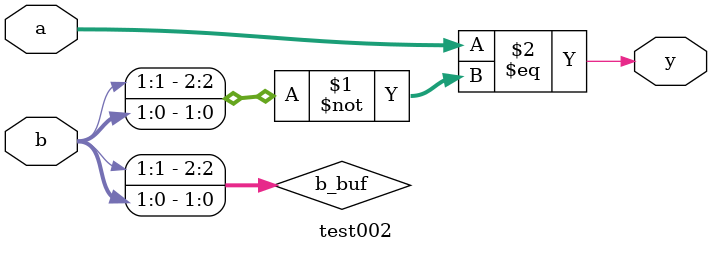
<source format=v>

module test002(a, b, y);

input [2:0] a;
input signed [1:0] b;
output y;

wire [2:0] b_buf = b;
assign y = a == ~b_buf;

endmodule


</source>
